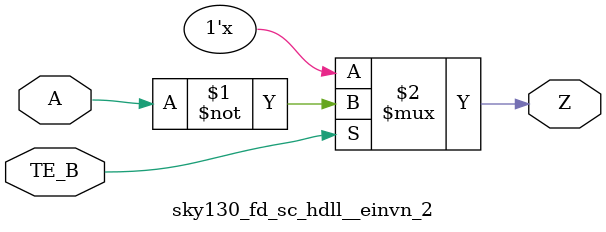
<source format=v>
/*
 * Copyright 2020 The SkyWater PDK Authors
 *
 * Licensed under the Apache License, Version 2.0 (the "License");
 * you may not use this file except in compliance with the License.
 * You may obtain a copy of the License at
 *
 *     https://www.apache.org/licenses/LICENSE-2.0
 *
 * Unless required by applicable law or agreed to in writing, software
 * distributed under the License is distributed on an "AS IS" BASIS,
 * WITHOUT WARRANTIES OR CONDITIONS OF ANY KIND, either express or implied.
 * See the License for the specific language governing permissions and
 * limitations under the License.
 *
 * SPDX-License-Identifier: Apache-2.0
*/


`ifndef SKY130_FD_SC_HDLL__EINVN_2_FUNCTIONAL_V
`define SKY130_FD_SC_HDLL__EINVN_2_FUNCTIONAL_V

/**
 * einvn: Tri-state inverter, negative enable.
 *
 * Verilog simulation functional model.
 */

`timescale 1ns / 1ps
`default_nettype none

`celldefine
module sky130_fd_sc_hdll__einvn_2 (
    Z   ,
    A   ,
    TE_B
);

    // Module ports
    output Z   ;
    input  A   ;
    input  TE_B;

    //     Name     Output  Other arguments
    notif0 notif00 (Z     , A, TE_B        );

endmodule
`endcelldefine

`default_nettype wire
`endif  // SKY130_FD_SC_HDLL__EINVN_2_FUNCTIONAL_V

</source>
